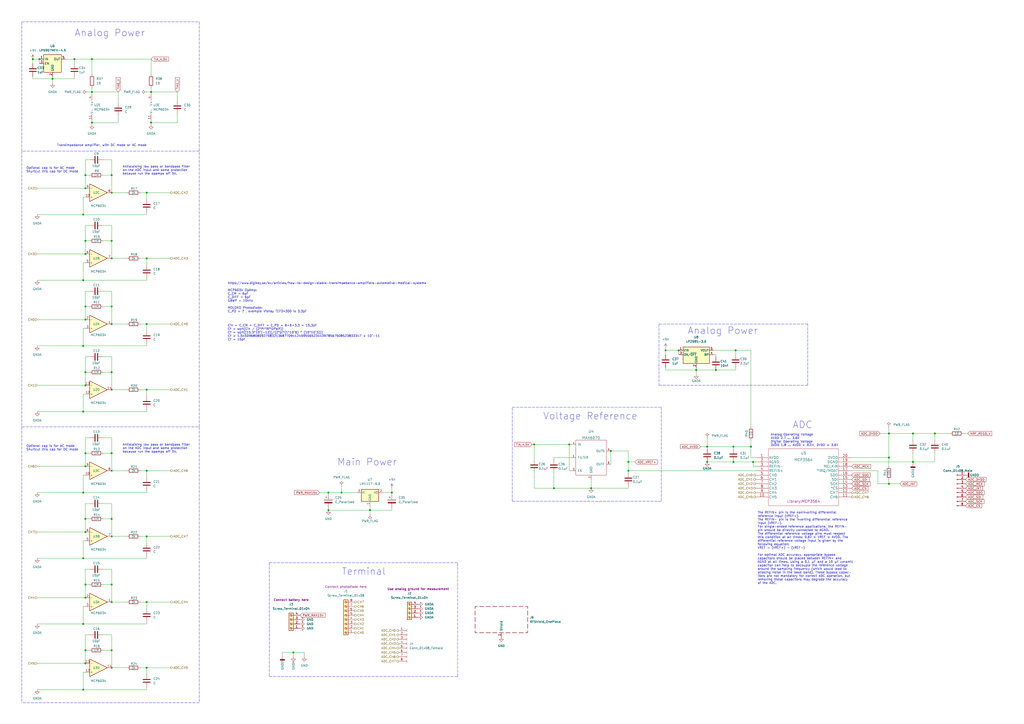
<source format=kicad_sch>
(kicad_sch (version 20211123) (generator eeschema)
  (paper "A2")
  (junction (at 48.26 238.76))
  (junction (at 87.63 71.12))
  (junction (at 43.18 34.29))
  (junction (at 85.09 387.35))
  (junction (at 49.53 339.09))
  (junction (at 49.53 185.42))
  (junction (at 190.5 285.75))
  (junction (at 309.88 257.81))
  (junction (at 170.18 378.46))
  (junction (at 515.62 265.43))
  (junction (at 227.33 285.75))
  (junction (at 19.05 34.29))
  (junction (at 364.49 267.97))
  (junction (at 49.53 308.61))
  (junction (at 386.08 203.2))
  (junction (at 85.09 149.86))
  (junction (at 48.26 124.46))
  (junction (at 330.2 257.81))
  (junction (at 436.88 267.97))
  (junction (at 49.53 215.9))
  (junction (at 515.62 280.67))
  (junction (at 393.7 203.2))
  (junction (at 48.26 400.05))
  (junction (at 22.86 34.29))
  (junction (at 198.12 285.75))
  (junction (at 49.53 109.22))
  (junction (at 64.77 111.76))
  (junction (at 529.59 267.97))
  (junction (at 342.9 283.21))
  (junction (at 64.77 149.86))
  (junction (at 64.77 300.99))
  (junction (at 364.49 273.05))
  (junction (at 410.21 267.97))
  (junction (at 53.34 71.12))
  (junction (at 64.77 387.35))
  (junction (at 403.86 214.63))
  (junction (at 515.62 251.46))
  (junction (at 85.09 187.96))
  (junction (at 190.5 295.91))
  (junction (at 415.29 214.63))
  (junction (at 48.26 162.56))
  (junction (at 64.77 262.89))
  (junction (at 64.77 177.8))
  (junction (at 64.77 377.19))
  (junction (at 64.77 139.7))
  (junction (at 529.59 251.46))
  (junction (at 64.77 187.96))
  (junction (at 425.45 267.97))
  (junction (at 85.09 111.76))
  (junction (at 64.77 349.25))
  (junction (at 435.61 259.08))
  (junction (at 321.31 283.21))
  (junction (at 64.77 339.09))
  (junction (at 49.53 270.51))
  (junction (at 354.33 261.62))
  (junction (at 49.53 262.89))
  (junction (at 49.53 177.8))
  (junction (at 49.53 223.52))
  (junction (at 85.09 226.06))
  (junction (at 64.77 226.06))
  (junction (at 426.72 203.2))
  (junction (at 542.29 251.46))
  (junction (at 49.53 384.81))
  (junction (at 85.09 311.15))
  (junction (at 64.77 101.6))
  (junction (at 53.34 34.29))
  (junction (at 64.77 311.15))
  (junction (at 49.53 101.6))
  (junction (at 87.63 53.34))
  (junction (at 49.53 139.7))
  (junction (at 85.09 349.25))
  (junction (at 85.09 273.05))
  (junction (at 425.45 259.08))
  (junction (at 64.77 215.9))
  (junction (at 53.34 53.34))
  (junction (at 48.26 323.85))
  (junction (at 49.53 300.99))
  (junction (at 410.21 259.08))
  (junction (at 48.26 285.75))
  (junction (at 49.53 147.32))
  (junction (at 48.26 200.66))
  (junction (at 48.26 361.95))
  (junction (at 214.63 295.91))
  (junction (at 64.77 273.05))
  (junction (at 30.48 45.72))
  (junction (at 49.53 346.71))
  (junction (at 49.53 377.19))
  (polyline (pts (xy 115.57 407.67) (xy 12.7 407.67)))
  (wire (pts (xy 19.05 45.72) (xy 19.05 44.45)))
  (wire (pts (xy 386.08 203.2) (xy 393.7 203.2)))
  (wire (pts (xy 64.77 254) (xy 59.69 254)))
  (wire (pts (xy 49.53 92.71) (xy 49.53 101.6)))
  (wire (pts (xy 529.59 251.46) (xy 529.59 255.27)))
  (wire (pts (xy 214.63 295.91) (xy 227.33 295.91)))
  (wire (pts (xy 309.88 283.21) (xy 309.88 274.32)))
  (wire (pts (xy 342.9 278.13) (xy 342.9 283.21)))
  (wire (pts (xy 64.77 207.01) (xy 64.77 215.9)))
  (wire (pts (xy 38.1 34.29) (xy 43.18 34.29)))
  (wire (pts (xy 364.49 274.32) (xy 364.49 273.05)))
  (wire (pts (xy 21.59 308.61) (xy 49.53 308.61)))
  (wire (pts (xy 59.69 101.6) (xy 64.77 101.6)))
  (wire (pts (xy 52.07 207.01) (xy 49.53 207.01)))
  (wire (pts (xy 64.77 215.9) (xy 64.77 226.06)))
  (wire (pts (xy 85.09 199.39) (xy 85.09 200.66)))
  (wire (pts (xy 48.26 313.69) (xy 48.26 323.85)))
  (wire (pts (xy 386.08 203.2) (xy 386.08 205.74)))
  (wire (pts (xy 515.62 247.65) (xy 515.62 251.46)))
  (wire (pts (xy 354.33 261.62) (xy 354.33 269.24)))
  (wire (pts (xy 435.61 255.27) (xy 435.61 259.08)))
  (wire (pts (xy 48.26 190.5) (xy 48.26 200.66)))
  (wire (pts (xy 43.18 45.72) (xy 43.18 44.45)))
  (wire (pts (xy 415.29 214.63) (xy 426.72 214.63)))
  (wire (pts (xy 494.03 273.05) (xy 509.27 273.05)))
  (wire (pts (xy 364.49 273.05) (xy 438.15 273.05)))
  (wire (pts (xy 64.77 330.2) (xy 64.77 339.09)))
  (polyline (pts (xy 12.7 247.65) (xy 12.7 407.67)))
  (wire (pts (xy 59.69 139.7) (xy 64.77 139.7)))
  (wire (pts (xy 214.63 298.45) (xy 214.63 295.91)))
  (wire (pts (xy 415.29 205.74) (xy 414.02 205.74)))
  (wire (pts (xy 21.59 147.32) (xy 49.53 147.32)))
  (wire (pts (xy 59.69 339.09) (xy 64.77 339.09)))
  (polyline (pts (xy 468.63 187.96) (xy 382.27 187.96)))
  (wire (pts (xy 52.07 292.1) (xy 49.53 292.1)))
  (wire (pts (xy 64.77 139.7) (xy 64.77 149.86)))
  (wire (pts (xy 48.26 200.66) (xy 85.09 200.66)))
  (polyline (pts (xy 12.7 87.63) (xy 12.7 247.65)))
  (wire (pts (xy 22.86 34.29) (xy 22.86 36.83)))
  (wire (pts (xy 515.62 278.13) (xy 515.62 280.67)))
  (wire (pts (xy 321.31 265.43) (xy 321.31 266.7)))
  (wire (pts (xy 87.63 50.8) (xy 87.63 53.34)))
  (wire (pts (xy 49.53 168.91) (xy 49.53 177.8)))
  (wire (pts (xy 190.5 295.91) (xy 214.63 295.91)))
  (wire (pts (xy 308.61 257.81) (xy 309.88 257.81)))
  (wire (pts (xy 48.26 351.79) (xy 49.53 351.79)))
  (wire (pts (xy 52.07 168.91) (xy 49.53 168.91)))
  (wire (pts (xy 386.08 214.63) (xy 403.86 214.63)))
  (wire (pts (xy 87.63 43.18) (xy 87.63 34.29)))
  (wire (pts (xy 330.2 257.81) (xy 331.47 257.81)))
  (wire (pts (xy 494.03 265.43) (xy 515.62 265.43)))
  (wire (pts (xy 386.08 201.93) (xy 386.08 203.2)))
  (wire (pts (xy 21.59 223.52) (xy 49.53 223.52)))
  (wire (pts (xy 48.26 114.3) (xy 49.53 114.3)))
  (wire (pts (xy 342.9 283.21) (xy 321.31 283.21)))
  (wire (pts (xy 85.09 226.06) (xy 85.09 229.87)))
  (wire (pts (xy 425.45 267.97) (xy 436.88 267.97)))
  (wire (pts (xy 81.28 149.86) (xy 85.09 149.86)))
  (wire (pts (xy 410.21 259.08) (xy 425.45 259.08)))
  (wire (pts (xy 342.9 283.21) (xy 364.49 283.21)))
  (wire (pts (xy 435.61 265.43) (xy 435.61 259.08)))
  (wire (pts (xy 410.21 259.08) (xy 410.21 260.35)))
  (wire (pts (xy 73.66 226.06) (xy 64.77 226.06)))
  (polyline (pts (xy 468.63 223.52) (xy 468.63 187.96)))
  (wire (pts (xy 49.53 292.1) (xy 49.53 300.99)))
  (wire (pts (xy 59.69 262.89) (xy 64.77 262.89)))
  (wire (pts (xy 198.12 281.94) (xy 198.12 285.75)))
  (wire (pts (xy 43.18 34.29) (xy 53.34 34.29)))
  (wire (pts (xy 426.72 203.2) (xy 426.72 205.74)))
  (wire (pts (xy 21.59 400.05) (xy 48.26 400.05)))
  (wire (pts (xy 43.18 34.29) (xy 43.18 36.83)))
  (wire (pts (xy 49.53 207.01) (xy 49.53 215.9)))
  (wire (pts (xy 81.28 226.06) (xy 85.09 226.06)))
  (wire (pts (xy 81.28 387.35) (xy 85.09 387.35)))
  (wire (pts (xy 53.34 34.29) (xy 87.63 34.29)))
  (wire (pts (xy 64.77 254) (xy 64.77 262.89)))
  (wire (pts (xy 64.77 368.3) (xy 59.69 368.3)))
  (wire (pts (xy 30.48 48.26) (xy 30.48 45.72)))
  (wire (pts (xy 49.53 300.99) (xy 52.07 300.99)))
  (wire (pts (xy 85.09 349.25) (xy 99.06 349.25)))
  (wire (pts (xy 102.87 71.12) (xy 102.87 66.04)))
  (wire (pts (xy 49.53 177.8) (xy 49.53 185.42)))
  (wire (pts (xy 426.72 203.2) (xy 435.61 203.2)))
  (polyline (pts (xy 382.27 223.52) (xy 468.63 223.52)))
  (wire (pts (xy 529.59 251.46) (xy 515.62 251.46)))
  (wire (pts (xy 426.72 214.63) (xy 426.72 213.36)))
  (wire (pts (xy 85.09 187.96) (xy 99.06 187.96)))
  (polyline (pts (xy 156.21 392.43) (xy 265.43 392.43)))
  (wire (pts (xy 190.5 287.02) (xy 190.5 285.75)))
  (wire (pts (xy 85.09 322.58) (xy 85.09 323.85)))
  (wire (pts (xy 85.09 273.05) (xy 99.06 273.05)))
  (wire (pts (xy 529.59 251.46) (xy 542.29 251.46)))
  (wire (pts (xy 21.59 238.76) (xy 48.26 238.76)))
  (wire (pts (xy 49.53 262.89) (xy 49.53 270.51)))
  (wire (pts (xy 48.26 313.69) (xy 49.53 313.69)))
  (wire (pts (xy 331.47 265.43) (xy 321.31 265.43)))
  (wire (pts (xy 22.86 34.29) (xy 19.05 34.29)))
  (wire (pts (xy 85.09 237.49) (xy 85.09 238.76)))
  (wire (pts (xy 49.53 262.89) (xy 52.07 262.89)))
  (wire (pts (xy 368.3 267.97) (xy 364.49 267.97)))
  (wire (pts (xy 49.53 130.81) (xy 49.53 139.7)))
  (wire (pts (xy 190.5 294.64) (xy 190.5 295.91)))
  (wire (pts (xy 21.59 185.42) (xy 49.53 185.42)))
  (polyline (pts (xy 156.21 326.39) (xy 265.43 326.39)))
  (wire (pts (xy 59.69 177.8) (xy 64.77 177.8)))
  (wire (pts (xy 85.09 387.35) (xy 85.09 391.16)))
  (wire (pts (xy 49.53 101.6) (xy 52.07 101.6)))
  (wire (pts (xy 410.21 267.97) (xy 425.45 267.97)))
  (wire (pts (xy 48.26 323.85) (xy 85.09 323.85)))
  (wire (pts (xy 73.66 349.25) (xy 64.77 349.25)))
  (wire (pts (xy 64.77 92.71) (xy 59.69 92.71)))
  (wire (pts (xy 81.28 187.96) (xy 85.09 187.96)))
  (wire (pts (xy 435.61 259.08) (xy 425.45 259.08)))
  (wire (pts (xy 85.09 161.29) (xy 85.09 162.56)))
  (wire (pts (xy 85.09 226.06) (xy 99.06 226.06)))
  (wire (pts (xy 48.26 228.6) (xy 48.26 238.76)))
  (wire (pts (xy 85.09 398.78) (xy 85.09 400.05)))
  (wire (pts (xy 509.27 280.67) (xy 515.62 280.67)))
  (wire (pts (xy 64.77 168.91) (xy 64.77 177.8)))
  (wire (pts (xy 48.26 152.4) (xy 49.53 152.4)))
  (wire (pts (xy 52.07 92.71) (xy 49.53 92.71)))
  (wire (pts (xy 102.87 53.34) (xy 87.63 53.34)))
  (wire (pts (xy 321.31 274.32) (xy 321.31 283.21)))
  (wire (pts (xy 49.53 339.09) (xy 49.53 346.71)))
  (wire (pts (xy 64.77 262.89) (xy 64.77 273.05)))
  (wire (pts (xy 542.29 251.46) (xy 542.29 255.27)))
  (wire (pts (xy 73.66 273.05) (xy 64.77 273.05)))
  (wire (pts (xy 386.08 214.63) (xy 386.08 213.36)))
  (wire (pts (xy 48.26 400.05) (xy 85.09 400.05)))
  (wire (pts (xy 52.07 330.2) (xy 49.53 330.2)))
  (wire (pts (xy 48.26 275.59) (xy 49.53 275.59)))
  (wire (pts (xy 81.28 311.15) (xy 85.09 311.15)))
  (wire (pts (xy 64.77 292.1) (xy 59.69 292.1)))
  (wire (pts (xy 53.34 34.29) (xy 53.34 43.18)))
  (wire (pts (xy 21.59 162.56) (xy 48.26 162.56)))
  (wire (pts (xy 438.15 265.43) (xy 435.61 265.43)))
  (polyline (pts (xy 12.7 12.7) (xy 115.57 12.7)))
  (polyline (pts (xy 12.7 247.65) (xy 115.57 247.65)))
  (wire (pts (xy 85.09 111.76) (xy 85.09 115.57)))
  (wire (pts (xy 321.31 283.21) (xy 309.88 283.21)))
  (polyline (pts (xy 297.18 236.22) (xy 383.54 236.22)))
  (wire (pts (xy 73.66 387.35) (xy 64.77 387.35)))
  (polyline (pts (xy 297.18 290.83) (xy 297.18 236.22)))
  (wire (pts (xy 21.59 346.71) (xy 49.53 346.71)))
  (wire (pts (xy 64.77 130.81) (xy 59.69 130.81)))
  (wire (pts (xy 85.09 311.15) (xy 85.09 314.96)))
  (wire (pts (xy 53.34 71.12) (xy 53.34 69.85)))
  (wire (pts (xy 49.53 139.7) (xy 52.07 139.7)))
  (wire (pts (xy 48.26 190.5) (xy 49.53 190.5)))
  (wire (pts (xy 64.77 300.99) (xy 64.77 311.15)))
  (wire (pts (xy 227.33 285.75) (xy 227.33 287.02)))
  (wire (pts (xy 49.53 339.09) (xy 52.07 339.09)))
  (wire (pts (xy 494.03 267.97) (xy 529.59 267.97)))
  (wire (pts (xy 330.2 257.81) (xy 330.2 273.05)))
  (wire (pts (xy 176.53 378.46) (xy 170.18 378.46)))
  (wire (pts (xy 48.26 238.76) (xy 85.09 238.76)))
  (wire (pts (xy 53.34 72.39) (xy 53.34 71.12)))
  (wire (pts (xy 49.53 139.7) (xy 49.53 147.32)))
  (wire (pts (xy 85.09 349.25) (xy 85.09 353.06)))
  (wire (pts (xy 49.53 215.9) (xy 49.53 223.52)))
  (wire (pts (xy 190.5 285.75) (xy 198.12 285.75)))
  (wire (pts (xy 21.59 124.46) (xy 48.26 124.46)))
  (wire (pts (xy 425.45 259.08) (xy 425.45 260.35)))
  (polyline (pts (xy 115.57 247.65) (xy 115.57 87.63)))
  (wire (pts (xy 64.77 207.01) (xy 59.69 207.01)))
  (wire (pts (xy 364.49 261.62) (xy 364.49 267.97)))
  (wire (pts (xy 438.15 270.51) (xy 436.88 270.51)))
  (wire (pts (xy 64.77 168.91) (xy 59.69 168.91)))
  (wire (pts (xy 81.28 111.76) (xy 85.09 111.76)))
  (wire (pts (xy 529.59 262.89) (xy 529.59 267.97)))
  (wire (pts (xy 435.61 247.65) (xy 435.61 203.2)))
  (wire (pts (xy 52.07 254) (xy 49.53 254)))
  (wire (pts (xy 48.26 152.4) (xy 48.26 162.56)))
  (wire (pts (xy 49.53 377.19) (xy 52.07 377.19)))
  (wire (pts (xy 414.02 203.2) (xy 426.72 203.2)))
  (polyline (pts (xy 383.54 290.83) (xy 297.18 290.83)))
  (wire (pts (xy 21.59 384.81) (xy 49.53 384.81)))
  (wire (pts (xy 227.33 295.91) (xy 227.33 294.64)))
  (wire (pts (xy 403.86 214.63) (xy 415.29 214.63)))
  (wire (pts (xy 558.8 251.46) (xy 561.34 251.46)))
  (wire (pts (xy 85.09 187.96) (xy 85.09 191.77)))
  (wire (pts (xy 73.66 111.76) (xy 64.77 111.76)))
  (wire (pts (xy 52.07 130.81) (xy 49.53 130.81)))
  (wire (pts (xy 48.26 228.6) (xy 49.53 228.6)))
  (polyline (pts (xy 383.54 236.22) (xy 383.54 290.83)))
  (wire (pts (xy 85.09 149.86) (xy 99.06 149.86)))
  (wire (pts (xy 87.63 71.12) (xy 102.87 71.12)))
  (wire (pts (xy 542.29 262.89) (xy 542.29 267.97)))
  (polyline (pts (xy 382.27 187.96) (xy 382.27 223.52)))
  (wire (pts (xy 48.26 361.95) (xy 85.09 361.95)))
  (wire (pts (xy 176.53 381) (xy 176.53 378.46)))
  (wire (pts (xy 73.66 149.86) (xy 64.77 149.86)))
  (wire (pts (xy 21.59 200.66) (xy 48.26 200.66)))
  (wire (pts (xy 309.88 257.81) (xy 309.88 266.7)))
  (polyline (pts (xy 115.57 247.65) (xy 115.57 407.67)))
  (wire (pts (xy 50.8 53.34) (xy 53.34 53.34)))
  (wire (pts (xy 73.66 311.15) (xy 64.77 311.15)))
  (wire (pts (xy 87.63 71.12) (xy 87.63 69.85)))
  (polyline (pts (xy 156.21 326.39) (xy 156.21 392.43)))
  (wire (pts (xy 406.4 259.08) (xy 410.21 259.08)))
  (wire (pts (xy 64.77 339.09) (xy 64.77 349.25)))
  (wire (pts (xy 354.33 261.62) (xy 364.49 261.62)))
  (wire (pts (xy 21.59 361.95) (xy 48.26 361.95)))
  (wire (pts (xy 21.59 323.85) (xy 48.26 323.85)))
  (wire (pts (xy 21.59 285.75) (xy 48.26 285.75)))
  (wire (pts (xy 415.29 207.01) (xy 415.29 205.74)))
  (wire (pts (xy 52.07 368.3) (xy 49.53 368.3)))
  (wire (pts (xy 48.26 275.59) (xy 48.26 285.75)))
  (wire (pts (xy 49.53 101.6) (xy 49.53 109.22)))
  (wire (pts (xy 59.69 300.99) (xy 64.77 300.99)))
  (wire (pts (xy 227.33 285.75) (xy 227.33 283.21)))
  (wire (pts (xy 64.77 177.8) (xy 64.77 187.96)))
  (wire (pts (xy 53.34 53.34) (xy 68.58 53.34)))
  (wire (pts (xy 214.63 293.37) (xy 214.63 295.91)))
  (wire (pts (xy 68.58 53.34) (xy 68.58 59.69)))
  (wire (pts (xy 170.18 378.46) (xy 163.83 378.46)))
  (wire (pts (xy 73.66 187.96) (xy 64.77 187.96)))
  (wire (pts (xy 81.28 273.05) (xy 85.09 273.05)))
  (wire (pts (xy 529.59 267.97) (xy 529.59 269.24)))
  (wire (pts (xy 48.26 124.46) (xy 85.09 124.46)))
  (wire (pts (xy 85.09 273.05) (xy 85.09 276.86)))
  (wire (pts (xy 64.77 368.3) (xy 64.77 377.19)))
  (wire (pts (xy 48.26 114.3) (xy 48.26 124.46)))
  (wire (pts (xy 30.48 44.45) (xy 30.48 45.72)))
  (wire (pts (xy 68.58 71.12) (xy 53.34 71.12)))
  (wire (pts (xy 85.09 387.35) (xy 99.06 387.35)))
  (wire (pts (xy 21.59 109.22) (xy 49.53 109.22)))
  (wire (pts (xy 403.86 213.36) (xy 403.86 214.63)))
  (wire (pts (xy 59.69 215.9) (xy 64.77 215.9)))
  (wire (pts (xy 53.34 53.34) (xy 53.34 54.61)))
  (wire (pts (xy 53.34 50.8) (xy 53.34 53.34)))
  (wire (pts (xy 515.62 251.46) (xy 515.62 265.43)))
  (wire (pts (xy 49.53 368.3) (xy 49.53 377.19)))
  (wire (pts (xy 542.29 251.46) (xy 551.18 251.46)))
  (wire (pts (xy 64.77 292.1) (xy 64.77 300.99)))
  (wire (pts (xy 64.77 92.71) (xy 64.77 101.6)))
  (wire (pts (xy 19.05 45.72) (xy 30.48 45.72)))
  (wire (pts (xy 48.26 389.89) (xy 49.53 389.89)))
  (wire (pts (xy 85.09 53.34) (xy 87.63 53.34)))
  (wire (pts (xy 163.83 378.46) (xy 163.83 381)))
  (wire (pts (xy 410.21 254) (xy 410.21 259.08)))
  (wire (pts (xy 49.53 254) (xy 49.53 262.89)))
  (wire (pts (xy 48.26 162.56) (xy 85.09 162.56)))
  (polyline (pts (xy 12.7 87.63) (xy 12.7 12.7)))
  (wire (pts (xy 515.62 280.67) (xy 521.97 280.67)))
  (wire (pts (xy 64.77 330.2) (xy 59.69 330.2)))
  (wire (pts (xy 48.26 389.89) (xy 48.26 400.05)))
  (wire (pts (xy 85.09 284.48) (xy 85.09 285.75)))
  (wire (pts (xy 185.42 285.75) (xy 190.5 285.75)))
  (wire (pts (xy 85.09 149.86) (xy 85.09 153.67)))
  (wire (pts (xy 87.63 53.34) (xy 87.63 54.61)))
  (wire (pts (xy 542.29 267.97) (xy 529.59 267.97)))
  (wire (pts (xy 85.09 311.15) (xy 99.06 311.15)))
  (wire (pts (xy 48.26 351.79) (xy 48.26 361.95)))
  (wire (pts (xy 198.12 285.75) (xy 207.01 285.75)))
  (wire (pts (xy 87.63 72.39) (xy 87.63 71.12)))
  (wire (pts (xy 68.58 67.31) (xy 68.58 71.12)))
  (wire (pts (xy 331.47 273.05) (xy 330.2 273.05)))
  (wire (pts (xy 85.09 111.76) (xy 99.06 111.76)))
  (wire (pts (xy 43.18 45.72) (xy 30.48 45.72)))
  (wire (pts (xy 102.87 58.42) (xy 102.87 53.34)))
  (wire (pts (xy 510.54 251.46) (xy 515.62 251.46)))
  (wire (pts (xy 393.7 203.2) (xy 393.7 205.74)))
  (wire (pts (xy 49.53 330.2) (xy 49.53 339.09)))
  (wire (pts (xy 364.49 283.21) (xy 364.49 281.94)))
  (wire (pts (xy 403.86 217.17) (xy 403.86 214.63)))
  (wire (pts (xy 170.18 381) (xy 170.18 378.46)))
  (wire (pts (xy 85.09 360.68) (xy 85.09 361.95)))
  (polyline (pts (xy 115.57 12.7) (xy 115.57 87.63)))
  (wire (pts (xy 222.25 285.75) (xy 227.33 285.75)))
  (wire (pts (xy 436.88 270.51) (xy 436.88 267.97)))
  (wire (pts (xy 81.28 349.25) (xy 85.09 349.25)))
  (polyline (pts (xy 115.57 87.63) (xy 12.7 87.63)))
  (polyline (pts (xy 265.43 392.43) (xy 265.43 326.39)))
  (wire (pts (xy 49.53 300.99) (xy 49.53 308.61)))
  (wire (pts (xy 59.69 377.19) (xy 64.77 377.19)))
  (wire (pts (xy 48.26 285.75) (xy 85.09 285.75)))
  (wire (pts (xy 49.53 177.8) (xy 52.07 177.8)))
  (wire (pts (xy 85.09 123.19) (xy 85.09 124.46)))
  (wire (pts (xy 64.77 377.19) (xy 64.77 387.35)))
  (wire (pts (xy 509.27 273.05) (xy 509.27 280.67)))
  (wire (pts (xy 364.49 267.97) (xy 364.49 273.05)))
  (wire (pts (xy 515.62 265.43) (xy 515.62 270.51)))
  (wire (pts (xy 49.53 377.19) (xy 49.53 384.81)))
  (wire (pts (xy 21.59 270.51) (xy 49.53 270.51)))
  (wire (pts (xy 64.77 130.81) (xy 64.77 139.7)))
  (wire (pts (xy 436.88 267.97) (xy 438.15 267.97)))
  (wire (pts (xy 309.88 257.81) (xy 330.2 257.81)))
  (wire (pts (xy 64.77 101.6) (xy 64.77 111.76)))
  (wire (pts (xy 49.53 215.9) (xy 52.07 215.9)))
  (wire (pts (xy 19.05 34.29) (xy 19.05 36.83)))
  (text "The REFIN+ pin is the noninverting differential\nreference input (VREF+).\nThe REFIN- pin is the inverting differential reference\ninput (VREF-).\nFor single-ended reference applications, the REFIN-\npin should be directly connected to AGND.\nThe differential reference voltage pins must respect\nthis condition at all times: 0.6V ≤ VREF ≤ AVDD. The\ndifferential reference voltage input is given by the\nfollowing equation:\nVREF = (VREF+) - (VREF-)\n\nFor optimal ADC accuracy, appropriate bypass\ncapacitors should be placed between REFIN+ and\nAGND at all times. Using a 0.1 µF and a 10 µF ceramic\ncapacitor can help to decouple the reference voltage\naround the sampling frequency (which would lead to\naliasing noise in the base band). These bypass capac-\nitors are not mandatory for correct ADC operation, but\nremoving these capacitors may degrade the accuracy\nof the ADC." (at 439.42 339.09 0) (effects (font (size 1.27 1.27)) (justify left bottom)))
  (text "Transimpedance amplifier, with DC mode or AC mode" (at 33.02 85.09 0) (effects (font (size 1.27 1.27)) (justify left bottom)))
  (text "Antialaising low pass or bandpass filter \non the ADC input and some protection \nbecause run the opamps off 5V.  " (at 71.12 101.6 0) (effects (font (size 1.27 1.27)) (justify left bottom)))
  (text "Main Power" (at 195.58 270.51 0) (effects (font (size 4 4)) (justify left bottom)))
  (text "Analog Power" (at 398.78 194.31 0) (effects (font (size 4 4)) (justify left bottom)))
  (text "Analog Operating Voltage\nAVDD 2.7 ... 3.6V\nDigital Operating Voltage\nDVDD 1.8 ... AVDD + 0.1V, DVDD ≤ 3.6V" (at 447.04 259.08 0) (effects (font (size 1.27 1.27)) (justify left bottom)))
  (text "ADC" (at 459.74 248.92 0) (effects (font (size 4 4)) (justify left bottom)))
  (text "Antialaising low pass or bandpass filter \non the ADC input and some protection \nbecause run the opamps off 5V.  " (at 71.12 262.89 0) (effects (font (size 1.27 1.27)) (justify left bottom)))
  (text "Optional cap is for AC mode\nShurtcut this cap for DC mode" (at 15.24 100.33 0) (effects (font (size 1.27 1.27)) (justify left bottom)))
  (text "Analog Power" (at 43.18 21.59 0) (effects (font (size 4 4)) (justify left bottom)))
  (text "Terminal" (at 198.12 334.01 0) (effects (font (size 4 4)) (justify left bottom)))
  (text "Optional cap is for AC mode\nShurtcut this cap for DC mode" (at 15.24 261.62 0) (effects (font (size 1.27 1.27)) (justify left bottom)))
  (text "https://www.digikey.se/sv/articles/how-to-design-stable-transimpedance-amplifiers-automotive-medical-systems\n\nMCP6034 OpAmp:\nC_CM = 6pF\nC_DIFF = 6pF\nGBWP = 10kHz\n\nMOLOKO Photodiode:\nC_PD = ? , exemple Vishay TEFD4300 is 3.3pF\n\n\n\nCin = C_CM + C_DIFF + C_PD = 6+6+3.3 = 15.3pF\nCf = sqrt(Cin / (2*PI*Rf*GPWP))\nCf = sqrt((15.3*10^(-12))/(2*pi*(1*10^6) * (10*10^3)))\nCf = 1.5450968080927583213687709412459556523443978567508523833347 × 10^-11\nCf = 15pF\n\n\n" (at 132.08 201.93 0) (effects (font (size 1.27 1.27)) (justify left bottom)))
  (text "Voltage Reference" (at 314.96 243.84 0) (effects (font (size 4 4)) (justify left bottom)))
  (global_label "TIA_4.5V" (shape input) (at 308.61 257.81 180) (property "Intersheet References" "${INTERSHEET_REFS}" (effects hide)))
  (global_label "ADC_INT" (shape input) (at 521.97 280.67 0) (property "Intersheet References" "${INTERSHEET_REFS}" (effects hide)))
  (global_label "TIA0_V" (shape input) (at 68.58 53.34 90) (property "Intersheet References" "${INTERSHEET_REFS}" (effects hide)))
  (global_label "PWR_MAX15V" (shape input) (at 185.42 285.75 180) (property "Intersheet References" "${INTERSHEET_REFS}" (effects hide)))
  (global_label "ADC_DVDD" (shape input) (at 510.54 251.46 180) (property "Intersheet References" "${INTERSHEET_REFS}" (effects hide)))
  (global_label "TIA_4.5V" (shape input) (at 87.63 34.29 0) (property "Intersheet References" "${INTERSHEET_REFS}" (effects hide)))
  (global_label "TIA1_V" (shape input) (at 102.87 53.34 90) (property "Intersheet References" "${INTERSHEET_REFS}" (effects hide)))
  (global_label "ADC_SCK" (shape input) (at 494.03 280.67 0) (property "Intersheet References" "${INTERSHEET_REFS}" (effects hide)))
  (global_label "ADC_MCK" (shape input) (at 494.03 270.51 0) (property "Intersheet References" "${INTERSHEET_REFS}" (effects hide)))
  (global_label "ADC_SCK" (shape input) (at 560.07 290.83 0) (property "Intersheet References" "${INTERSHEET_REFS}" (effects hide)))
  (global_label "ADC_MCK" (shape input) (at 560.07 280.67 0) (property "Intersheet References" "${INTERSHEET_REFS}" (effects hide)))
  (global_label "ADC_AVDD" (shape input) (at 406.4 259.08 180) (property "Intersheet References" "${INTERSHEET_REFS}" (effects hide)))
  (global_label "ADC_CS" (shape input) (at 560.07 293.37 0) (property "Intersheet References" "${INTERSHEET_REFS}" (effects hide)))
  (global_label "ADC_INT" (shape input) (at 560.07 283.21 0) (property "Intersheet References" "${INTERSHEET_REFS}" (effects hide)))
  (global_label "ADC_SDO" (shape input) (at 560.07 285.75 0) (property "Intersheet References" "${INTERSHEET_REFS}" (effects hide)))
  (global_label "ADC_SDI" (shape input) (at 560.07 288.29 0) (property "Intersheet References" "${INTERSHEET_REFS}" (effects hide)))
  (global_label "NRF_REG0_V" (shape input) (at 561.34 251.46 0) (property "Intersheet References" "${INTERSHEET_REFS}" (effects hide)))
  (global_label "ADC_SDI" (shape input) (at 494.03 278.13 0) (property "Intersheet References" "${INTERSHEET_REFS}" (effects hide)))
  (global_label "ADC_SDO" (shape input) (at 494.03 275.59 0) (property "Intersheet References" "${INTERSHEET_REFS}" (effects hide)))
  (global_label "PWR_MAX15V" (shape input) (at 173.99 356.87 0) (property "Intersheet References" "${INTERSHEET_REFS}" (effects hide)))
  (global_label "ADC_CS" (shape input) (at 494.03 283.21 0) (property "Intersheet References" "${INTERSHEET_REFS}" (effects hide)))
  (global_label "ADC_DVDD" (shape input) (at 560.07 278.13 0) (property "Intersheet References" "${INTERSHEET_REFS}" (effects hide)))
  (global_label "ADC_VREF+" (shape input) (at 368.3 267.97 0) (property "Intersheet References" "${INTERSHEET_REFS}" (effects hide)))
  (hierarchical_label "ADC_CH6" (shape output) (at 231.14 381 180))
  (hierarchical_label "CH2" (shape output) (at 205.74 361.95 0))
  (hierarchical_label "CH7" (shape input) (at 21.59 308.61 180))
  (hierarchical_label "CH4" (shape output) (at 205.74 356.87 0))
  (hierarchical_label "ADC_CH5" (shape output) (at 231.14 378.46 180))
  (hierarchical_label "CH4" (shape input) (at 21.59 346.71 180))
  (hierarchical_label "CH6" (shape output) (at 205.74 351.79 0))
  (hierarchical_label "CH5" (shape output) (at 205.74 354.33 0))
  (hierarchical_label "CH0" (shape input) (at 21.59 185.42 180))
  (hierarchical_label "CH3" (shape output) (at 205.74 359.41 0))
  (hierarchical_label "ADC_CH4" (shape output) (at 231.14 375.92 180))
  (hierarchical_label "ADC_CH7" (shape output) (at 99.06 311.15 0))
  (hierarchical_label "ADC_CH6" (shape output) (at 494.03 288.29 0))
  (hierarchical_label "ADC_CH0" (shape output) (at 438.15 275.59 180))
  (hierarchical_label "CH6" (shape input) (at 21.59 270.51 180))
  (hierarchical_label "CH5" (shape input) (at 21.59 384.81 180))
  (hierarchical_label "ADC_CH4" (shape output) (at 438.15 285.75 180))
  (hierarchical_label "ADC_CH1" (shape output) (at 231.14 368.3 180))
  (hierarchical_label "ADC_CH3" (shape output) (at 231.14 373.38 180))
  (hierarchical_label "ADC_CH6" (shape output) (at 99.06 273.05 0))
  (hierarchical_label "ADC_CH5" (shape output) (at 438.15 288.29 180))
  (hierarchical_label "ADC_CH5" (shape output) (at 99.06 387.35 0))
  (hierarchical_label "CH0" (shape output) (at 205.74 367.03 0))
  (hierarchical_label "ADC_CH2" (shape output) (at 438.15 280.67 180))
  (hierarchical_label "ADC_CH0" (shape output) (at 231.14 365.76 180))
  (hierarchical_label "CH1" (shape input) (at 21.59 223.52 180))
  (hierarchical_label "ADC_CH1" (shape output) (at 438.15 278.13 180))
  (hierarchical_label "CH3" (shape input) (at 21.59 147.32 180))
  (hierarchical_label "CH7" (shape output) (at 205.74 349.25 0))
  (hierarchical_label "ADC_CH0" (shape output) (at 99.06 187.96 0))
  (hierarchical_label "ADC_CH7" (shape output) (at 494.03 285.75 0))
  (hierarchical_label "ADC_CH3" (shape output) (at 99.06 149.86 0))
  (hierarchical_label "ADC_CH4" (shape output) (at 99.06 349.25 0))
  (hierarchical_label "ADC_CH3" (shape output) (at 438.15 283.21 180))
  (hierarchical_label "CH2" (shape input) (at 21.59 109.22 180))
  (hierarchical_label "CH1" (shape output) (at 205.74 364.49 0))
  (hierarchical_label "ADC_CH2" (shape output) (at 231.14 370.84 180))
  (hierarchical_label "ADC_CH7" (shape output) (at 231.14 383.54 180))
  (hierarchical_label "ADC_CH1" (shape output) (at 99.06 226.06 0))
  (hierarchical_label "ADC_CH2" (shape output) (at 99.06 111.76 0))
  (symbol (lib_id "power:GNDA") (at 170.18 381 0) (unit 1)
    (property "Reference" "#PWR0113" (effects hide))
    (property "Value" "GNDA" (at 170.18 388.62 90) (effects (justify left)))
  )
  (symbol (lib_id "power:GNDA") (at 242.57 355.6 90) (unit 1)
    (property "Reference" "#PWR0126" (effects hide))
    (property "Value" "GNDA" (at 246.38 355.5999 90) (effects (justify right)))
  )
  (symbol (lib_id "Device:C_Polarized") (at 227.33 290.83 0) (unit 1)
    (property "Reference" "C35" (at 231.14 288.6709 0) (effects (justify left)))
    (property "Value" "C_Polarized" (at 231.14 291.2109 0) (effects (justify left)))
    (property "Footprint" "Capacitor_THT:CP_Radial_D5.0mm_P2.00mm" (effects hide))
  )
  (symbol (lib_id "Device:R") (at 77.47 111.76 270) (unit 1)
    (property "Reference" "R17" (at 77.724 109.474 90))
    (property "Value" "3k" (at 77.47 111.76 90))
    (property "Footprint" "Resistor_SMD:R_0805_2012Metric_Pad1.20x1.40mm_HandSolder" (effects hide))
  )
  (symbol (lib_id "Device:C") (at 55.88 168.91 90) (unit 1)
    (property "Reference" "C11" (at 55.9308 165.354 90))
    (property "Value" "10pF" (at 55.8292 172.466 90))
    (property "Footprint" "Capacitor_SMD:C_0805_2012Metric_Pad1.18x1.45mm_HandSolder" (effects hide))
  )
  (symbol (lib_id "Regulator_Linear:LM1117-5.0") (at 214.63 285.75 0) (unit 1)
    (property "Reference" "U7" (at 214.63 278.13 0))
    (property "Value" "LM1117-5.0" (at 214.63 280.67 0))
    (property "Footprint" "Package_TO_SOT_SMD:SOT-223-3_TabPin2" (effects hide))
    (property "Datasheet" "http://www.ti.com/lit/ds/symlink/lm1117.pdf" (effects hide))
  )
  (symbol (lib_id "power:GNDA") (at 21.59 285.75 0) (unit 1)
    (property "Reference" "#PWR0106" (effects hide))
    (property "Value" "GNDA" (at 21.59 290.83 0))
  )
  (symbol (lib_id "power:GNDA") (at 410.21 267.97 0) (unit 1)
    (property "Reference" "#PWR0110" (effects hide))
    (property "Value" "GNDA" (at 410.21 271.78 0))
  )
  (symbol (lib_id "Device:C") (at 542.29 259.08 0) (unit 1)
    (property "Reference" "C40" (at 546.1 257.8099 0) (effects (justify left)))
    (property "Value" "0.1uF" (at 546.1 260.3499 0) (effects (justify left)))
    (property "Footprint" "Capacitor_SMD:C_0805_2012Metric_Pad1.18x1.45mm_HandSolder" (effects hide))
  )
  (symbol (lib_id "power:GNDA") (at 21.59 400.05 0) (unit 1)
    (property "Reference" "#PWR0102" (effects hide))
    (property "Value" "GNDA" (at 21.59 405.13 0))
  )
  (symbol (lib_id "power:PWR_FLAG") (at 214.63 298.45 180) (unit 1)
    (property "Reference" "#FLG0102" (effects hide))
    (property "Value" "PWR_FLAG" (at 214.63 302.26 0))
  )
  (symbol (lib_id "Connector:Conn_01x08_Male") (at 554.99 283.21 0) (unit 1)
    (property "Reference" "J5" (at 555.625 270.51 0))
    (property "Value" "Conn_01x08_Male" (at 555.625 273.05 0))
    (property "Footprint" "Connector_PinHeader_2.54mm:PinHeader_1x08_P2.54mm_Vertical" (effects hide))
  )
  (symbol (lib_id "Device:R") (at 77.47 187.96 270) (unit 1)
    (property "Reference" "R19" (at 77.724 185.674 90))
    (property "Value" "3k" (at 77.47 187.96 90))
    (property "Footprint" "Resistor_SMD:R_0805_2012Metric_Pad1.20x1.40mm_HandSolder" (effects hide))
  )
  (symbol (lib_id "Amplifier_Operational:MCP6004") (at 90.17 62.23 0) (unit 5)
    (property "Reference" "U3" (at 88.9 60.9599 0) (effects (justify left)))
    (property "Value" "MCP6034" (at 88.9 63.4999 0) (effects (justify left)))
    (property "Footprint" "Package_SO:SOIC-14_3.9x8.7mm_P1.27mm" (effects hide))
    (property "Datasheet" "http://ww1.microchip.com/downloads/en/DeviceDoc/21733j.pdf" (effects hide))
  )
  (symbol (lib_id "Amplifier_Operational:MCP6004") (at 57.15 349.25 0) (mirror x) (unit 1)
    (property "Reference" "U3" (at 55.88 349.25 0))
    (property "Value" "MCP6034" (at 57.15 355.6 0))
    (property "Footprint" "Package_SO:SOIC-14_3.9x8.7mm_P1.27mm" (effects hide))
    (property "Datasheet" "http://ww1.microchip.com/downloads/en/DeviceDoc/21733j.pdf" (effects hide))
  )
  (symbol (lib_id "Device:R") (at 87.63 46.99 0) (unit 1)
    (property "Reference" "R38" (at 90.17 45.7199 0) (effects (justify left)))
    (property "Value" "10" (at 90.17 48.2599 0) (effects (justify left)))
    (property "Footprint" "Resistor_SMD:R_0805_2012Metric_Pad1.20x1.40mm_HandSolder" (effects hide))
  )
  (symbol (lib_id "Device:R") (at 55.88 339.09 90) (unit 1)
    (property "Reference" "R15" (at 56.0832 336.7024 90))
    (property "Value" "1M" (at 55.88 339.09 90))
    (property "Footprint" "Resistor_SMD:R_0805_2012Metric_Pad1.20x1.40mm_HandSolder" (effects hide))
  )
  (symbol (lib_id "power:GNDA") (at 342.9 283.21 0) (unit 1)
    (property "Reference" "#PWR0116" (effects hide))
    (property "Value" "GNDA" (at 342.9 288.29 0))
  )
  (symbol (lib_id "Device:R") (at 55.88 139.7 90) (unit 1)
    (property "Reference" "R10" (at 56.0832 137.3124 90))
    (property "Value" "1M" (at 55.88 139.7 90))
    (property "Footprint" "Resistor_SMD:R_0805_2012Metric_Pad1.20x1.40mm_HandSolder" (effects hide))
  )
  (symbol (lib_id "Device:R") (at 53.34 46.99 0) (unit 1)
    (property "Reference" "R37" (at 55.88 45.7199 0) (effects (justify left)))
    (property "Value" "10" (at 55.88 48.2599 0) (effects (justify left)))
    (property "Footprint" "Resistor_SMD:R_0805_2012Metric_Pad1.20x1.40mm_HandSolder" (effects hide))
  )
  (symbol (lib_id "Device:C") (at 529.59 259.08 0) (unit 1)
    (property "Reference" "C32" (at 533.4 257.8099 0) (effects (justify left)))
    (property "Value" "0.1µF" (at 533.4 260.3499 0) (effects (justify left)))
    (property "Footprint" "Capacitor_SMD:C_0805_2012Metric_Pad1.18x1.45mm_HandSolder" (effects hide))
  )
  (symbol (lib_id "power:PWR_FLAG") (at 410.21 254 0) (unit 1)
    (property "Reference" "#FLG0105" (effects hide))
    (property "Value" "PWR_FLAG" (at 412.75 252.7299 0) (effects (justify left)))
  )
  (symbol (lib_id "Amplifier_Operational:MCP6004") (at 57.15 149.86 0) (mirror x) (unit 2)
    (property "Reference" "U2" (at 55.88 149.86 0))
    (property "Value" "MCP6034" (at 57.15 157.48 0))
    (property "Footprint" "Package_SO:SOIC-14_3.9x8.7mm_P1.27mm" (effects hide))
    (property "Datasheet" "http://ww1.microchip.com/downloads/en/DeviceDoc/21733j.pdf" (effects hide))
  )
  (symbol (lib_id "power:GNDA") (at 87.63 72.39 0) (unit 1)
    (property "Reference" "#PWR0119" (effects hide))
    (property "Value" "GNDA" (at 87.63 77.47 0))
  )
  (symbol (lib_id "Device:C") (at 85.09 157.48 0) (unit 1)
    (property "Reference" "C18" (at 88.9 156.2099 0) (effects (justify left)))
    (property "Value" "C" (at 88.9 158.7499 0) (effects (justify left)))
    (property "Footprint" "Capacitor_SMD:C_0805_2012Metric_Pad1.18x1.45mm_HandSolder" (effects hide))
  )
  (symbol (lib_id "Device:R") (at 515.62 274.32 0) (unit 1)
    (property "Reference" "R41" (at 513.334 274.066 90))
    (property "Value" "10k" (at 515.62 274.32 90))
    (property "Footprint" "Resistor_SMD:R_0805_2012Metric_Pad1.20x1.40mm_HandSolder" (effects hide))
  )
  (symbol (lib_id "power:GND") (at 190.5 295.91 0) (unit 1)
    (property "Reference" "#PWR0131" (effects hide))
    (property "Value" "GND" (at 190.5 300.99 0))
  )
  (symbol (lib_id "Device:C") (at 410.21 264.16 0) (unit 1)
    (property "Reference" "C38" (at 414.02 262.8899 0) (effects (justify left)))
    (property "Value" "0.1µF" (at 414.02 265.4299 0) (effects (justify left)))
    (property "Footprint" "Capacitor_SMD:C_0805_2012Metric_Pad1.18x1.45mm_HandSolder" (effects hide))
  )
  (symbol (lib_id "power:GNDA") (at 242.57 358.14 90) (unit 1)
    (property "Reference" "#PWR0125" (effects hide))
    (property "Value" "GNDA" (at 246.38 358.1399 90) (effects (justify right)))
  )
  (symbol (lib_id "Amplifier_Operational:MCP6004") (at 57.15 387.35 0) (mirror x) (unit 4)
    (property "Reference" "U3" (at 55.88 387.35 0))
    (property "Value" "MCP6034" (at 57.15 394.97 0))
    (property "Footprint" "Package_SO:SOIC-14_3.9x8.7mm_P1.27mm" (effects hide))
    (property "Datasheet" "http://ww1.microchip.com/downloads/en/DeviceDoc/21733j.pdf" (effects hide))
  )
  (symbol (lib_id "power:GNDD") (at 560.07 275.59 90) (unit 1)
    (property "Reference" "#PWR0115" (effects hide))
    (property "Value" "GNDD" (at 562.61 275.59 90) (effects (justify right)))
  )
  (symbol (lib_id "power:GNDD") (at 163.83 381 0) (unit 1)
    (property "Reference" "#PWR0114" (effects hide))
    (property "Value" "GNDD" (at 163.83 388.62 90) (effects (justify left)))
  )
  (symbol (lib_id "Device:C") (at 55.88 368.3 90) (unit 1)
    (property "Reference" "C16" (at 55.9308 364.744 90))
    (property "Value" "10pF" (at 55.8292 371.856 90))
    (property "Footprint" "Capacitor_SMD:C_0805_2012Metric_Pad1.18x1.45mm_HandSolder" (effects hide))
  )
  (symbol (lib_id "power:PWR_FLAG") (at 198.12 281.94 0) (unit 1)
    (property "Reference" "#FLG0101" (effects hide))
    (property "Value" "PWR_FLAG" (at 198.12 276.86 0))
  )
  (symbol (lib_id "power:GND") (at 176.53 381 0) (unit 1)
    (property "Reference" "#PWR0124" (effects hide))
    (property "Value" "GND" (at 176.53 386.08 0))
  )
  (symbol (lib_id "Device:R") (at 77.47 273.05 270) (unit 1)
    (property "Reference" "R21" (at 77.724 270.764 90))
    (property "Value" "3k" (at 77.47 273.05 90))
    (property "Footprint" "Resistor_SMD:R_0805_2012Metric_Pad1.20x1.40mm_HandSolder" (effects hide))
  )
  (symbol (lib_id "Device:C") (at 415.29 210.82 0) (unit 1)
    (property "Reference" "C41" (at 417.83 209.55 0) (effects (justify left)))
    (property "Value" "10nF" (at 417.83 212.09 0) (effects (justify left)))
    (property "Footprint" "Capacitor_SMD:C_0805_2012Metric_Pad1.18x1.45mm_HandSolder" (effects hide))
  )
  (symbol (lib_id "power:GNDA") (at 242.57 350.52 90) (unit 1)
    (property "Reference" "#PWR0123" (effects hide))
    (property "Value" "GNDA" (at 246.38 350.5199 90) (effects (justify right)))
  )
  (symbol (lib_id "power:+5V") (at 386.08 201.93 0) (unit 1)
    (property "Reference" "#PWR0120" (effects hide))
    (property "Value" "+5V" (at 386.08 196.85 0))
  )
  (symbol (lib_id "power:GNDA") (at 21.59 361.95 0) (unit 1)
    (property "Reference" "#PWR0103" (effects hide))
    (property "Value" "GNDA" (at 21.59 367.03 0))
  )
  (symbol (lib_id "Device:C") (at 309.88 270.51 0) (unit 1)
    (property "Reference" "C26" (at 312.42 269.24 0) (effects (justify left)))
    (property "Value" "0.1µF" (at 312.42 271.78 0) (effects (justify left)))
    (property "Footprint" "Capacitor_SMD:C_0805_2012Metric_Pad1.18x1.45mm_HandSolder" (effects hide))
  )
  (symbol (lib_id "Device:C") (at 85.09 394.97 0) (unit 1)
    (property "Reference" "C24" (at 88.9 393.6999 0) (effects (justify left)))
    (property "Value" "C" (at 88.9 396.2399 0) (effects (justify left)))
    (property "Footprint" "Capacitor_SMD:C_0805_2012Metric_Pad1.18x1.45mm_HandSolder" (effects hide))
  )
  (symbol (lib_id "Device:R") (at 77.47 349.25 270) (unit 1)
    (property "Reference" "R23" (at 77.724 346.964 90))
    (property "Value" "3k" (at 77.47 349.25 90))
    (property "Footprint" "Resistor_SMD:R_0805_2012Metric_Pad1.20x1.40mm_HandSolder" (effects hide))
  )
  (symbol (lib_id "Device:R") (at 554.99 251.46 90) (unit 1)
    (property "Reference" "R42" (at 554.99 248.92 90))
    (property "Value" "10" (at 554.99 251.46 90))
    (property "Footprint" "Resistor_SMD:R_0805_2012Metric_Pad1.20x1.40mm_HandSolder" (effects hide))
  )
  (symbol (lib_id "Device:C") (at 386.08 209.55 0) (unit 1)
    (property "Reference" "C37" (at 389.89 208.2799 0) (effects (justify left)))
    (property "Value" "1uF" (at 389.89 210.8199 0) (effects (justify left)))
    (property "Footprint" "Capacitor_SMD:C_0805_2012Metric_Pad1.18x1.45mm_HandSolder" (effects hide))
  )
  (symbol (lib_id "power:GND") (at 290.83 369.57 0) (unit 1)
    (property "Reference" "#PWR0111" (effects hide))
    (property "Value" "GND" (at 290.83 374.65 0))
  )
  (symbol (lib_id "Connector:Conn_01x08_Female") (at 236.22 373.38 0) (unit 1)
    (property "Reference" "J4" (at 237.49 373.3799 0) (effects (justify left)))
    (property "Value" "Conn_01x08_Female" (at 237.49 375.9199 0) (effects (justify left)))
    (property "Footprint" "Connector_PinHeader_2.54mm:PinHeader_1x08_P2.54mm_Vertical" (effects hide))
  )
  (symbol (lib_id "power:GND") (at 173.99 361.95 90) (unit 1)
    (property "Reference" "#PWR0128" (effects hide))
    (property "Value" "GND" (at 177.8 361.9499 90) (effects (justify right)))
  )
  (symbol (lib_id "Device:C") (at 85.09 233.68 0) (unit 1)
    (property "Reference" "C20" (at 88.9 232.4099 0) (effects (justify left)))
    (property "Value" "C" (at 88.9 234.9499 0) (effects (justify left)))
    (property "Footprint" "Capacitor_SMD:C_0805_2012Metric_Pad1.18x1.45mm_HandSolder" (effects hide))
  )
  (symbol (lib_id "Device:R") (at 77.47 149.86 270) (unit 1)
    (property "Reference" "R18" (at 77.724 147.574 90))
    (property "Value" "3k" (at 77.47 149.86 90))
    (property "Footprint" "Resistor_SMD:R_0805_2012Metric_Pad1.20x1.40mm_HandSolder" (effects hide))
  )
  (symbol (lib_id "Device:C") (at 19.05 40.64 0) (unit 1)
    (property "Reference" "C33" (at 21.59 39.37 0) (effects (justify left)))
    (property "Value" "1uF" (at 21.59 41.91 0) (effects (justify left)))
    (property "Footprint" "Capacitor_SMD:C_0805_2012Metric_Pad1.18x1.45mm_HandSolder" (effects hide))
  )
  (symbol (lib_id "power:GNDA") (at 403.86 217.17 0) (unit 1)
    (property "Reference" "#PWR0107" (effects hide))
    (property "Value" "GNDA" (at 403.86 220.98 0))
  )
  (symbol (lib_id "Device:C") (at 426.72 209.55 0) (unit 1)
    (property "Reference" "C39" (at 429.26 208.28 0) (effects (justify left)))
    (property "Value" "2.2uF" (at 429.26 210.82 0) (effects (justify left)))
    (property "Footprint" "Capacitor_SMD:C_0805_2012Metric_Pad1.18x1.45mm_HandSolder" (effects hide))
  )
  (symbol (lib_id "Device:C") (at 364.49 278.13 0) (unit 1)
    (property "Reference" "C27" (at 367.03 276.86 0) (effects (justify left)))
    (property "Value" "0.1µF" (at 367.03 279.4 0) (effects (justify left)))
    (property "Footprint" "Capacitor_SMD:C_0805_2012Metric_Pad1.18x1.45mm_HandSolder" (effects hide))
  )
  (symbol (lib_id "Device:R") (at 55.88 177.8 90) (unit 1)
    (property "Reference" "R11" (at 56.0832 175.4124 90))
    (property "Value" "1M" (at 55.88 177.8 90))
    (property "Footprint" "Resistor_SMD:R_0805_2012Metric_Pad1.20x1.40mm_HandSolder" (effects hide))
  )
  (symbol (lib_id "Device:R") (at 55.88 300.99 90) (unit 1)
    (property "Reference" "R14" (at 56.0832 298.6024 90))
    (property "Value" "1M" (at 55.88 300.99 90))
    (property "Footprint" "Resistor_SMD:R_0805_2012Metric_Pad1.20x1.40mm_HandSolder" (effects hide))
  )
  (symbol (lib_id "Device:R") (at 55.88 377.19 90) (unit 1)
    (property "Reference" "R16" (at 56.0832 374.8024 90))
    (property "Value" "1M" (at 55.88 377.19 90))
    (property "Footprint" "Resistor_SMD:R_0805_2012Metric_Pad1.20x1.40mm_HandSolder" (effects hide))
  )
  (symbol (lib_id "Amplifier_Operational:MCP6004") (at 57.15 187.96 0) (mirror x) (unit 1)
    (property "Reference" "U2" (at 55.88 187.96 0))
    (property "Value" "MCP6034" (at 57.15 194.31 0))
    (property "Footprint" "Package_SO:SOIC-14_3.9x8.7mm_P1.27mm" (effects hide))
    (property "Datasheet" "http://ww1.microchip.com/downloads/en/DeviceDoc/21733j.pdf" (effects hide))
  )
  (symbol (lib_id "Connector:Screw_Terminal_01x08") (at 200.66 359.41 180) (unit 1)
    (property "Reference" "J1" (at 200.66 342.9 0))
    (property "Value" "Screw_Terminal_01x08" (at 200.66 345.44 0))
    (property "Footprint" "TerminalBlock_Phoenix:TerminalBlock_Phoenix_MPT-0,5-8-2.54_1x08_P2.54mm_Horizontal" (effects hide))
    (property "Description" "Connect photodiode here" (at 200.66 340.36 0))
  )
  (symbol (lib_id "Device:C") (at 55.88 92.71 90) (unit 1)
    (property "Reference" "C9" (at 55.9308 89.154 90))
    (property "Value" "10pF" (at 55.8292 96.266 90))
    (property "Footprint" "Capacitor_SMD:C_0805_2012Metric_Pad1.18x1.45mm_HandSolder" (effects hide))
  )
  (symbol (lib_id "Device:C") (at 85.09 119.38 0) (unit 1)
    (property "Reference" "C17" (at 88.9 118.1099 0) (effects (justify left)))
    (property "Value" "C" (at 88.9 120.6499 0) (effects (justify left)))
    (property "Footprint" "Capacitor_SMD:C_0805_2012Metric_Pad1.18x1.45mm_HandSolder" (effects hide))
  )
  (symbol (lib_id "Device:C") (at 55.88 207.01 90) (unit 1)
    (property "Reference" "C12" (at 55.9308 203.454 90))
    (property "Value" "10pF" (at 55.8292 210.566 90))
    (property "Footprint" "Capacitor_SMD:C_0805_2012Metric_Pad1.18x1.45mm_HandSolder" (effects hide))
  )
  (symbol (lib_id "Device:C") (at 85.09 356.87 0) (unit 1)
    (property "Reference" "C23" (at 88.9 355.5999 0) (effects (justify left)))
    (property "Value" "C" (at 88.9 358.1399 0) (effects (justify left)))
    (property "Footprint" "Capacitor_SMD:C_0805_2012Metric_Pad1.18x1.45mm_HandSolder" (effects hide))
  )
  (symbol (lib_id "Amplifier_Operational:MCP6004") (at 57.15 226.06 0) (mirror x) (unit 4)
    (property "Reference" "U2" (at 55.88 226.06 0))
    (property "Value" "MCP6034" (at 57.15 233.68 0))
    (property "Footprint" "Package_SO:SOIC-14_3.9x8.7mm_P1.27mm" (effects hide))
    (property "Datasheet" "http://ww1.microchip.com/downloads/en/DeviceDoc/21733j.pdf" (effects hide))
  )
  (symbol (lib_id "Device:C_Polarized") (at 190.5 290.83 0) (unit 1)
    (property "Reference" "C25" (at 194.31 288.6709 0) (effects (justify left)))
    (property "Value" "C_Polarized" (at 194.31 291.2109 0) (effects (justify left)))
    (property "Footprint" "Capacitor_THT:CP_Radial_D5.0mm_P2.00mm" (effects hide))
  )
  (symbol (lib_id "Amplifier_Operational:MCP6004") (at 57.15 111.76 0) (mirror x) (unit 3)
    (property "Reference" "U2" (at 55.88 111.76 0))
    (property "Value" "MCP6034" (at 57.15 119.38 0))
    (property "Footprint" "Package_SO:SOIC-14_3.9x8.7mm_P1.27mm" (effects hide))
    (property "Datasheet" "http://ww1.microchip.com/downloads/en/DeviceDoc/21733j.pdf" (effects hide))
  )
  (symbol (lib_id "power:+5V") (at 227.33 283.21 0) (unit 1)
    (property "Reference" "#PWR0132" (effects hide))
    (property "Value" "+5V" (at 227.33 278.13 0))
  )
  (symbol (lib_id "Device:R") (at 77.47 311.15 270) (unit 1)
    (property "Reference" "R22" (at 77.724 308.864 90))
    (property "Value" "3k" (at 77.47 311.15 90))
    (property "Footprint" "Resistor_SMD:R_0805_2012Metric_Pad1.20x1.40mm_HandSolder" (effects hide))
  )
  (symbol (lib_id "MCP3564:MCP3564") (at 438.15 265.43 0) (unit 1)
    (property "Reference" "U5" (at 466.09 262.89 0) (effects (font (size 1.524 1.524))))
    (property "Value" "MCP3564" (at 466.09 266.7 0) (effects (font (size 1.524 1.524))))
    (property "Footprint" "Library:MCP3564" (at 466.09 290.83 0) (effects (font (size 1.524 1.524))))
  )
  (symbol (lib_id "Device:C") (at 321.31 270.51 0) (unit 1)
    (property "Reference" "C36" (at 323.85 269.24 0) (effects (justify left)))
    (property "Value" "0.1µF" (at 323.85 271.78 0) (effects (justify left)))
    (property "Footprint" "Capacitor_SMD:C_0805_2012Metric_Pad1.18x1.45mm_HandSolder" (effects hide))
  )
  (symbol (lib_id "Device:C") (at 85.09 280.67 0) (unit 1)
    (property "Reference" "C21" (at 88.9 279.3999 0) (effects (justify left)))
    (property "Value" "C" (at 88.9 281.9399 0) (effects (justify left)))
    (property "Footprint" "Capacitor_SMD:C_0805_2012Metric_Pad1.18x1.45mm_HandSolder" (effects hide))
  )
  (symbol (lib_id "Device:R") (at 55.88 215.9 90) (unit 1)
    (property "Reference" "R12" (at 56.0832 213.5124 90))
    (property "Value" "1M" (at 55.88 215.9 90))
    (property "Footprint" "Resistor_SMD:R_0805_2012Metric_Pad1.20x1.40mm_HandSolder" (effects hide))
  )
  (symbol (lib_id "power:PWR_FLAG") (at 85.09 53.34 90) (unit 1)
    (property "Reference" "#FLG0103" (effects hide))
    (property "Value" "PWR_FLAG" (at 81.28 53.3399 90) (effects (justify left)))
  )
  (symbol (lib_id "Amplifier_Operational:MCP6004") (at 57.15 311.15 0) (mirror x) (unit 2)
    (property "Reference" "U3" (at 55.88 311.15 0))
    (property "Value" "MCP6034" (at 57.15 318.77 0))
    (property "Footprint" "Package_SO:SOIC-14_3.9x8.7mm_P1.27mm" (effects hide))
    (property "Datasheet" "http://ww1.microchip.com/downloads/en/DeviceDoc/21733j.pdf" (effects hide))
  )
  (symbol (lib_id "power:PWR_FLAG") (at 515.62 247.65 0) (unit 1)
    (property "Reference" "#FLG0106" (effects hide))
    (property "Value" "PWR_FLAG" (at 518.16 246.3799 0) (effects (justify left)))
  )
  (symbol (lib_id "Amplifier_Operational:MCP6004") (at 57.15 273.05 0) (mirror x) (unit 3)
    (property "Reference" "U3" (at 55.88 273.05 0))
    (property "Value" "MCP6034" (at 57.15 280.67 0))
    (property "Footprint" "Package_SO:SOIC-14_3.9x8.7mm_P1.27mm" (effects hide))
    (property "Datasheet" "http://ww1.microchip.com/downloads/en/DeviceDoc/21733j.pdf" (effects hide))
  )
  (symbol (lib_id "power:GNDA") (at 21.59 162.56 0) (unit 1)
    (property "Reference" "#PWR0122" (effects hide))
    (property "Value" "GNDA" (at 21.59 167.64 0))
  )
  (symbol (lib_id "Device:C") (at 68.58 63.5 0) (unit 1)
    (property "Reference" "C29" (at 72.39 62.23 0) (effects (justify left)))
    (property "Value" "C" (at 72.39 64.7699 0) (effects (justify left)))
    (property "Footprint" "Capacitor_SMD:C_0805_2012Metric_Pad1.18x1.45mm_HandSolder" (effects hide))
  )
  (symbol (lib_id "Device:C") (at 55.88 130.81 90) (unit 1)
    (property "Reference" "C10" (at 55.9308 127.254 90))
    (property "Value" "10pF" (at 55.8292 134.366 90))
    (property "Footprint" "Capacitor_SMD:C_0805_2012Metric_Pad1.18x1.45mm_HandSolder" (effects hide))
  )
  (symbol (lib_id "Device:R") (at 435.61 251.46 180) (unit 1)
    (property "Reference" "R40" (at 433.07 251.46 90))
    (property "Value" "10" (at 435.61 251.46 90))
    (property "Footprint" "Resistor_SMD:R_0805_2012Metric_Pad1.20x1.40mm_HandSolder" (effects hide))
  )
  (symbol (lib_id "Connector:Screw_Terminal_01x04") (at 168.91 361.95 180) (unit 1)
    (property "Reference" "J3" (at 168.91 350.52 0))
    (property "Value" "Screw_Terminal_01x04" (at 168.91 353.06 0))
    (property "Footprint" "TerminalBlock_Phoenix:TerminalBlock_Phoenix_MPT-0,5-4-2.54_1x04_P2.54mm_Horizontal" (effects hide))
    (property "Description" "Connect battery here" (at 168.91 347.98 0))
  )
  (symbol (lib_id "Regulator_Linear:LP5907MFX-4.5") (at 30.48 36.83 0) (unit 1)
    (property "Reference" "U6" (at 30.48 26.67 0))
    (property "Value" "LP5907MFX-4.5" (at 30.48 29.21 0))
    (property "Footprint" "Package_TO_SOT_SMD:SOT-23-5" (effects hide))
    (property "Datasheet" "http://www.ti.com/lit/ds/symlink/lp5907.pdf" (effects hide))
  )
  (symbol (lib_id "Regulator_Linear:LP2985-3.3") (at 403.86 205.74 0) (unit 1)
    (property "Reference" "U8" (at 403.86 195.58 0))
    (property "Value" "LP2985-3.6" (at 403.86 198.12 0))
    (property "Footprint" "Package_TO_SOT_SMD:SOT-23-5" (effects hide))
    (property "Datasheet" "http://www.ti.com/lit/ds/symlink/lp2985.pdf" (effects hide))
  )
  (symbol (lib_id "power:GNDA") (at 21.59 238.76 0) (unit 1)
    (property "Reference" "#PWR0104" (effects hide))
    (property "Value" "GNDA" (at 21.59 243.84 0))
  )
  (symbol (lib_id "power:GNDA") (at 21.59 200.66 0) (unit 1)
    (property "Reference" "#PWR0105" (effects hide))
    (property "Value" "GNDA" (at 21.59 205.74 0))
  )
  (symbol (lib_id "power:GNDA") (at 21.59 323.85 0) (unit 1)
    (property "Reference" "#PWR0101" (effects hide))
    (property "Value" "GNDA" (at 21.59 328.93 0))
  )
  (symbol (lib_id "Device:RFShield_OnePiece") (at 290.83 359.41 0) (unit 1)
    (property "Reference" "J6" (at 307.34 358.1399 0) (effects (justify left)))
    (property "Value" "RFShield_OnePiece" (at 307.34 360.6799 0) (effects (justify left)))
    (property "Footprint" "RF_Shielding:Wuerth_36103505_50x50mm" (effects hide))
  )
  (symbol (lib_id "Device:C") (at 425.45 264.16 0) (unit 1)
    (property "Reference" "C31" (at 429.26 262.8899 0) (effects (justify left)))
    (property "Value" "0.1µF" (at 429.26 265.4299 0) (effects (justify left)))
    (property "Footprint" "Capacitor_SMD:C_0805_2012Metric_Pad1.18x1.45mm_HandSolder" (effects hide))
  )
  (symbol (lib_id "power:PWR_FLAG") (at 50.8 53.34 90) (unit 1)
    (property "Reference" "#FLG0104" (effects hide))
    (property "Value" "PWR_FLAG" (at 46.99 53.3399 90) (effects (justify left)))
  )
  (symbol (lib_id "Device:C") (at 55.88 292.1 90) (unit 1)
    (property "Reference" "C14" (at 55.9308 288.544 90))
    (property "Value" "10pF" (at 55.8292 295.656 90))
    (property "Footprint" "Capacitor_SMD:C_0805_2012Metric_Pad1.18x1.45mm_HandSolder" (effects hide))
  )
  (symbol (lib_id "Device:R") (at 77.47 387.35 270) (unit 1)
    (property "Reference" "R24" (at 77.724 385.064 90))
    (property "Value" "3k" (at 77.47 387.35 90))
    (property "Footprint" "Resistor_SMD:R_0805_2012Metric_Pad1.20x1.40mm_HandSolder" (effects hide))
  )
  (symbol (lib_id "Device:C") (at 55.88 254 90) (unit 1)
    (property "Reference" "C13" (at 55.9308 250.444 90))
    (property "Value" "10pF" (at 55.8292 257.556 90))
    (property "Footprint" "Capacitor_SMD:C_0805_2012Metric_Pad1.18x1.45mm_HandSolder" (effects hide))
  )
  (symbol (lib_id "Device:C") (at 85.09 195.58 0) (unit 1)
    (property "Reference" "C19" (at 88.9 194.3099 0) (effects (justify left)))
    (property "Value" "C" (at 88.9 196.8499 0) (effects (justify left)))
    (property "Footprint" "Capacitor_SMD:C_0805_2012Metric_Pad1.18x1.45mm_HandSolder" (effects hide))
  )
  (symbol (lib_id "Device:R") (at 55.88 101.6 90) (unit 1)
    (property "Reference" "R9" (at 56.0832 99.2124 90))
    (property "Value" "1M" (at 55.88 101.6 90))
    (property "Footprint" "Resistor_SMD:R_0805_2012Metric_Pad1.20x1.40mm_HandSolder" (effects hide))
  )
  (symbol (lib_id "Device:R") (at 55.88 262.89 90) (unit 1)
    (property "Reference" "R13" (at 56.0832 260.5024 90))
    (property "Value" "1M" (at 55.88 262.89 90))
    (property "Footprint" "Resistor_SMD:R_0805_2012Metric_Pad1.20x1.40mm_HandSolder" (effects hide))
  )
  (symbol (lib_id "power:GNDA") (at 30.48 48.26 0) (unit 1)
    (property "Reference" "#PWR0112" (effects hide))
    (property "Value" "GNDA" (at 30.48 53.34 0))
  )
  (symbol (lib_id "power:GND") (at 173.99 364.49 90) (unit 1)
    (property "Reference" "#PWR0130" (effects hide))
    (property "Value" "GND" (at 177.8 364.4899 90) (effects (justify right)))
  )
  (symbol (lib_id "Device:C") (at 55.88 330.2 90) (unit 1)
    (property "Reference" "C15" (at 55.9308 326.644 90))
    (property "Value" "10pF" (at 55.8292 333.756 90))
    (property "Footprint" "Capacitor_SMD:C_0805_2012Metric_Pad1.18x1.45mm_HandSolder" (effects hide))
  )
  (symbol (lib_id "Amplifier_Operational:MCP6004") (at 55.88 62.23 0) (unit 5)
    (property "Reference" "U2" (at 54.61 60.9599 0) (effects (justify left)))
    (property "Value" "MCP6034" (at 54.61 63.4999 0) (effects (justify left)))
    (property "Footprint" "Package_SO:SOIC-14_3.9x8.7mm_P1.27mm" (effects hide))
    (property "Datasheet" "http://ww1.microchip.com/downloads/en/DeviceDoc/21733j.pdf" (effects hide))
  )
  (symbol (lib_id "Device:R") (at 77.47 226.06 270) (unit 1)
    (property "Reference" "R20" (at 77.724 223.774 90))
    (property "Value" "3k" (at 77.47 226.06 90))
    (property "Footprint" "Resistor_SMD:R_0805_2012Metric_Pad1.20x1.40mm_HandSolder" (effects hide))
  )
  (symbol (lib_id "Device:C") (at 85.09 318.77 0) (unit 1)
    (property "Reference" "C22" (at 88.9 317.4999 0) (effects (justify left)))
    (property "Value" "C" (at 88.9 320.0399 0) (effects (justify left)))
    (property "Footprint" "Capacitor_SMD:C_0805_2012Metric_Pad1.18x1.45mm_HandSolder" (effects hide))
  )
  (symbol (lib_id "Connector:Screw_Terminal_01x04") (at 237.49 355.6 180) (unit 1)
    (property "Reference" "J2" (at 237.49 344.17 0))
    (property "Value" "Screw_Terminal_01x04" (at 237.49 346.71 0))
    (property "Footprint" "TerminalBlock_Phoenix:TerminalBlock_Phoenix_MPT-0,5-4-2.54_1x04_P2.54mm_Horizontal" (effects hide))
    (property "Description" "Use analog ground for measurement" (at 242.57 341.63 0))
  )
  (symbol (lib_id "power:GND") (at 173.99 359.41 90) (unit 1)
    (property "Reference" "#PWR0129" (effects hide))
    (property "Value" "GND" (at 177.8 359.4099 90) (effects (justify right)))
  )
  (symbol (lib_id "power:GNDA") (at 53.34 72.39 0) (unit 1)
    (property "Reference" "#PWR0118" (effects hide))
    (property "Value" "GNDA" (at 53.34 77.47 0))
  )
  (symbol (lib_id "max6070:MAX6070") (at 342.9 265.43 0) (unit 1)
    (property "Reference" "U4" (at 342.9 250.19 0) (effects (font (size 1.524 1.524))))
    (property "Value" "MAX6070" (at 342.9 254 0) (effects (font (size 1.524 1.524))))
    (property "Footprint" "Package_TO_SOT_SMD:SOT-23-6_Handsoldering" (effects hide))
  )
  (symbol (lib_id "power:GNDA") (at 21.59 124.46 0) (unit 1)
    (property "Reference" "#PWR0117" (effects hide))
    (property "Value" "GNDA" (at 21.59 129.54 0))
  )
  (symbol (lib_id "Device:C") (at 43.18 40.64 0) (unit 1)
    (property "Reference" "C34" (at 45.72 39.37 0) (effects (justify left)))
    (property "Value" "1uF" (at 45.72 41.91 0) (effects (justify left)))
    (property "Footprint" "Capacitor_SMD:C_0805_2012Metric_Pad1.18x1.45mm_HandSolder" (effects hide))
  )
  (symbol (lib_id "Device:C") (at 102.87 62.23 0) (unit 1)
    (property "Reference" "C30" (at 106.68 60.9599 0) (effects (justify left)))
    (property "Value" "C" (at 106.68 63.4999 0) (effects (justify left)))
    (property "Footprint" "Capacitor_SMD:C_0805_2012Metric_Pad1.18x1.45mm_HandSolder" (effects hide))
  )
  (symbol (lib_id "power:+5V") (at 19.05 34.29 0) (unit 1)
    (property "Reference" "#PWR0133" (effects hide))
    (property "Value" "+5V" (at 19.05 29.21 0))
  )
  (symbol (lib_id "power:GNDA") (at 242.57 353.06 90) (unit 1)
    (property "Reference" "#PWR0127" (effects hide))
    (property "Value" "GNDA" (at 246.38 353.0599 90) (effects (justify right)))
  )
  (symbol (lib_id "power:GNDD") (at 529.59 269.24 0) (unit 1)
    (property "Reference" "#PWR0109" (effects hide))
    (property "Value" "GNDD" (at 529.59 271.78 90) (effects (justify right)))
  )
)
</source>
